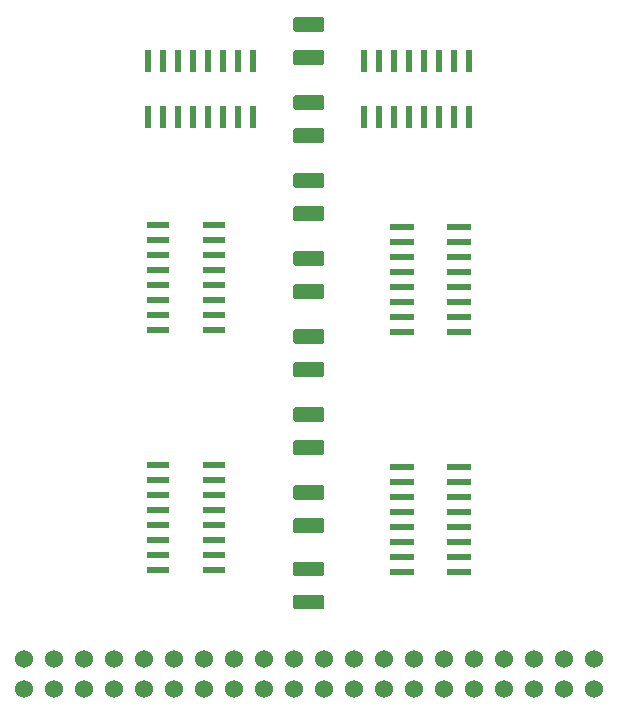
<source format=gbr>
G04 #@! TF.GenerationSoftware,KiCad,Pcbnew,(5.1.2-1)-1*
G04 #@! TF.CreationDate,2019-07-02T18:03:37-05:00*
G04 #@! TF.ProjectId,multiSPI,6d756c74-6953-4504-992e-6b696361645f,rev?*
G04 #@! TF.SameCoordinates,Original*
G04 #@! TF.FileFunction,Paste,Top*
G04 #@! TF.FilePolarity,Positive*
%FSLAX46Y46*%
G04 Gerber Fmt 4.6, Leading zero omitted, Abs format (unit mm)*
G04 Created by KiCad (PCBNEW (5.1.2-1)-1) date 2019-07-02 18:03:37*
%MOMM*%
%LPD*%
G04 APERTURE LIST*
%ADD10R,2.057400X0.609600*%
%ADD11R,0.558800X1.981200*%
%ADD12R,1.981200X0.558800*%
%ADD13C,1.524000*%
%ADD14C,0.100000*%
%ADD15C,1.250000*%
G04 APERTURE END LIST*
D10*
X154940000Y-100584000D03*
X154940000Y-101854000D03*
X154940000Y-103124000D03*
X154940000Y-104394000D03*
X154940000Y-105664000D03*
X154940000Y-106934000D03*
X154940000Y-108204000D03*
X154940000Y-109474000D03*
X150139400Y-109474000D03*
X150139400Y-108204000D03*
X150139400Y-106934000D03*
X150139400Y-105664000D03*
X150139400Y-104394000D03*
X150139400Y-103124000D03*
X150139400Y-101854000D03*
X150139400Y-100584000D03*
X154940000Y-80264000D03*
X154940000Y-81534000D03*
X154940000Y-82804000D03*
X154940000Y-84074000D03*
X154940000Y-85344000D03*
X154940000Y-86614000D03*
X154940000Y-87884000D03*
X154940000Y-89154000D03*
X150139400Y-89154000D03*
X150139400Y-87884000D03*
X150139400Y-86614000D03*
X150139400Y-85344000D03*
X150139400Y-84074000D03*
X150139400Y-82804000D03*
X150139400Y-81534000D03*
X150139400Y-80264000D03*
D11*
X155829000Y-70942200D03*
X154559000Y-70942200D03*
X153289000Y-70942200D03*
X152019000Y-70942200D03*
X150749000Y-70942200D03*
X149479000Y-70942200D03*
X148209000Y-70942200D03*
X146939000Y-70942200D03*
X146939000Y-66217800D03*
X148209000Y-66217800D03*
X149479000Y-66217800D03*
X150749000Y-66217800D03*
X152019000Y-66217800D03*
X153289000Y-66217800D03*
X154559000Y-66217800D03*
X155829000Y-66217800D03*
X137541000Y-70942200D03*
X136271000Y-70942200D03*
X135001000Y-70942200D03*
X133731000Y-70942200D03*
X132461000Y-70942200D03*
X131191000Y-70942200D03*
X129921000Y-70942200D03*
X128651000Y-70942200D03*
X128651000Y-66217800D03*
X129921000Y-66217800D03*
X131191000Y-66217800D03*
X132461000Y-66217800D03*
X133731000Y-66217800D03*
X135001000Y-66217800D03*
X136271000Y-66217800D03*
X137541000Y-66217800D03*
D12*
X134188200Y-80137000D03*
X134188200Y-81407000D03*
X134188200Y-82677000D03*
X134188200Y-83947000D03*
X134188200Y-85217000D03*
X134188200Y-86487000D03*
X134188200Y-87757000D03*
X134188200Y-89027000D03*
X129463800Y-89027000D03*
X129463800Y-87757000D03*
X129463800Y-86487000D03*
X129463800Y-85217000D03*
X129463800Y-83947000D03*
X129463800Y-82677000D03*
X129463800Y-81407000D03*
X129463800Y-80137000D03*
X134188200Y-100457000D03*
X134188200Y-101727000D03*
X134188200Y-102997000D03*
X134188200Y-104267000D03*
X134188200Y-105537000D03*
X134188200Y-106807000D03*
X134188200Y-108077000D03*
X134188200Y-109347000D03*
X129463800Y-109347000D03*
X129463800Y-108077000D03*
X129463800Y-106807000D03*
X129463800Y-105537000D03*
X129463800Y-104267000D03*
X129463800Y-102997000D03*
X129463800Y-101727000D03*
X129463800Y-100457000D03*
D13*
X166370000Y-116840000D03*
X166370000Y-119380000D03*
X163830000Y-116840000D03*
X163830000Y-119380000D03*
X161290000Y-116840000D03*
X161290000Y-119380000D03*
X158750000Y-116840000D03*
X158750000Y-119380000D03*
X156210000Y-116840000D03*
X156210000Y-119380000D03*
X153670000Y-116840000D03*
X153670000Y-119380000D03*
X151130000Y-116840000D03*
X151130000Y-119380000D03*
X148590000Y-116840000D03*
X148590000Y-119380000D03*
X146050000Y-116840000D03*
X146050000Y-119380000D03*
X143510000Y-116840000D03*
X143510000Y-119380000D03*
X140970000Y-116840000D03*
X140970000Y-119380000D03*
X138430000Y-116840000D03*
X138430000Y-119380000D03*
X135890000Y-116840000D03*
X135890000Y-119380000D03*
X133350000Y-116840000D03*
X133350000Y-119380000D03*
X130810000Y-116840000D03*
X130810000Y-119380000D03*
X128270000Y-116840000D03*
X128270000Y-119380000D03*
X125730000Y-116840000D03*
X125730000Y-119380000D03*
X123190000Y-116840000D03*
X123190000Y-119380000D03*
X120650000Y-116840000D03*
X120650000Y-119380000D03*
X118110000Y-116840000D03*
X118110000Y-119380000D03*
D14*
G36*
X143339504Y-62492204D02*
G01*
X143363773Y-62495804D01*
X143387571Y-62501765D01*
X143410671Y-62510030D01*
X143432849Y-62520520D01*
X143453893Y-62533133D01*
X143473598Y-62547747D01*
X143491777Y-62564223D01*
X143508253Y-62582402D01*
X143522867Y-62602107D01*
X143535480Y-62623151D01*
X143545970Y-62645329D01*
X143554235Y-62668429D01*
X143560196Y-62692227D01*
X143563796Y-62716496D01*
X143565000Y-62741000D01*
X143565000Y-63491000D01*
X143563796Y-63515504D01*
X143560196Y-63539773D01*
X143554235Y-63563571D01*
X143545970Y-63586671D01*
X143535480Y-63608849D01*
X143522867Y-63629893D01*
X143508253Y-63649598D01*
X143491777Y-63667777D01*
X143473598Y-63684253D01*
X143453893Y-63698867D01*
X143432849Y-63711480D01*
X143410671Y-63721970D01*
X143387571Y-63730235D01*
X143363773Y-63736196D01*
X143339504Y-63739796D01*
X143315000Y-63741000D01*
X141165000Y-63741000D01*
X141140496Y-63739796D01*
X141116227Y-63736196D01*
X141092429Y-63730235D01*
X141069329Y-63721970D01*
X141047151Y-63711480D01*
X141026107Y-63698867D01*
X141006402Y-63684253D01*
X140988223Y-63667777D01*
X140971747Y-63649598D01*
X140957133Y-63629893D01*
X140944520Y-63608849D01*
X140934030Y-63586671D01*
X140925765Y-63563571D01*
X140919804Y-63539773D01*
X140916204Y-63515504D01*
X140915000Y-63491000D01*
X140915000Y-62741000D01*
X140916204Y-62716496D01*
X140919804Y-62692227D01*
X140925765Y-62668429D01*
X140934030Y-62645329D01*
X140944520Y-62623151D01*
X140957133Y-62602107D01*
X140971747Y-62582402D01*
X140988223Y-62564223D01*
X141006402Y-62547747D01*
X141026107Y-62533133D01*
X141047151Y-62520520D01*
X141069329Y-62510030D01*
X141092429Y-62501765D01*
X141116227Y-62495804D01*
X141140496Y-62492204D01*
X141165000Y-62491000D01*
X143315000Y-62491000D01*
X143339504Y-62492204D01*
X143339504Y-62492204D01*
G37*
D15*
X142240000Y-63116000D03*
D14*
G36*
X143339504Y-65292204D02*
G01*
X143363773Y-65295804D01*
X143387571Y-65301765D01*
X143410671Y-65310030D01*
X143432849Y-65320520D01*
X143453893Y-65333133D01*
X143473598Y-65347747D01*
X143491777Y-65364223D01*
X143508253Y-65382402D01*
X143522867Y-65402107D01*
X143535480Y-65423151D01*
X143545970Y-65445329D01*
X143554235Y-65468429D01*
X143560196Y-65492227D01*
X143563796Y-65516496D01*
X143565000Y-65541000D01*
X143565000Y-66291000D01*
X143563796Y-66315504D01*
X143560196Y-66339773D01*
X143554235Y-66363571D01*
X143545970Y-66386671D01*
X143535480Y-66408849D01*
X143522867Y-66429893D01*
X143508253Y-66449598D01*
X143491777Y-66467777D01*
X143473598Y-66484253D01*
X143453893Y-66498867D01*
X143432849Y-66511480D01*
X143410671Y-66521970D01*
X143387571Y-66530235D01*
X143363773Y-66536196D01*
X143339504Y-66539796D01*
X143315000Y-66541000D01*
X141165000Y-66541000D01*
X141140496Y-66539796D01*
X141116227Y-66536196D01*
X141092429Y-66530235D01*
X141069329Y-66521970D01*
X141047151Y-66511480D01*
X141026107Y-66498867D01*
X141006402Y-66484253D01*
X140988223Y-66467777D01*
X140971747Y-66449598D01*
X140957133Y-66429893D01*
X140944520Y-66408849D01*
X140934030Y-66386671D01*
X140925765Y-66363571D01*
X140919804Y-66339773D01*
X140916204Y-66315504D01*
X140915000Y-66291000D01*
X140915000Y-65541000D01*
X140916204Y-65516496D01*
X140919804Y-65492227D01*
X140925765Y-65468429D01*
X140934030Y-65445329D01*
X140944520Y-65423151D01*
X140957133Y-65402107D01*
X140971747Y-65382402D01*
X140988223Y-65364223D01*
X141006402Y-65347747D01*
X141026107Y-65333133D01*
X141047151Y-65320520D01*
X141069329Y-65310030D01*
X141092429Y-65301765D01*
X141116227Y-65295804D01*
X141140496Y-65292204D01*
X141165000Y-65291000D01*
X143315000Y-65291000D01*
X143339504Y-65292204D01*
X143339504Y-65292204D01*
G37*
D15*
X142240000Y-65916000D03*
D14*
G36*
X143339504Y-69096204D02*
G01*
X143363773Y-69099804D01*
X143387571Y-69105765D01*
X143410671Y-69114030D01*
X143432849Y-69124520D01*
X143453893Y-69137133D01*
X143473598Y-69151747D01*
X143491777Y-69168223D01*
X143508253Y-69186402D01*
X143522867Y-69206107D01*
X143535480Y-69227151D01*
X143545970Y-69249329D01*
X143554235Y-69272429D01*
X143560196Y-69296227D01*
X143563796Y-69320496D01*
X143565000Y-69345000D01*
X143565000Y-70095000D01*
X143563796Y-70119504D01*
X143560196Y-70143773D01*
X143554235Y-70167571D01*
X143545970Y-70190671D01*
X143535480Y-70212849D01*
X143522867Y-70233893D01*
X143508253Y-70253598D01*
X143491777Y-70271777D01*
X143473598Y-70288253D01*
X143453893Y-70302867D01*
X143432849Y-70315480D01*
X143410671Y-70325970D01*
X143387571Y-70334235D01*
X143363773Y-70340196D01*
X143339504Y-70343796D01*
X143315000Y-70345000D01*
X141165000Y-70345000D01*
X141140496Y-70343796D01*
X141116227Y-70340196D01*
X141092429Y-70334235D01*
X141069329Y-70325970D01*
X141047151Y-70315480D01*
X141026107Y-70302867D01*
X141006402Y-70288253D01*
X140988223Y-70271777D01*
X140971747Y-70253598D01*
X140957133Y-70233893D01*
X140944520Y-70212849D01*
X140934030Y-70190671D01*
X140925765Y-70167571D01*
X140919804Y-70143773D01*
X140916204Y-70119504D01*
X140915000Y-70095000D01*
X140915000Y-69345000D01*
X140916204Y-69320496D01*
X140919804Y-69296227D01*
X140925765Y-69272429D01*
X140934030Y-69249329D01*
X140944520Y-69227151D01*
X140957133Y-69206107D01*
X140971747Y-69186402D01*
X140988223Y-69168223D01*
X141006402Y-69151747D01*
X141026107Y-69137133D01*
X141047151Y-69124520D01*
X141069329Y-69114030D01*
X141092429Y-69105765D01*
X141116227Y-69099804D01*
X141140496Y-69096204D01*
X141165000Y-69095000D01*
X143315000Y-69095000D01*
X143339504Y-69096204D01*
X143339504Y-69096204D01*
G37*
D15*
X142240000Y-69720000D03*
D14*
G36*
X143339504Y-71896204D02*
G01*
X143363773Y-71899804D01*
X143387571Y-71905765D01*
X143410671Y-71914030D01*
X143432849Y-71924520D01*
X143453893Y-71937133D01*
X143473598Y-71951747D01*
X143491777Y-71968223D01*
X143508253Y-71986402D01*
X143522867Y-72006107D01*
X143535480Y-72027151D01*
X143545970Y-72049329D01*
X143554235Y-72072429D01*
X143560196Y-72096227D01*
X143563796Y-72120496D01*
X143565000Y-72145000D01*
X143565000Y-72895000D01*
X143563796Y-72919504D01*
X143560196Y-72943773D01*
X143554235Y-72967571D01*
X143545970Y-72990671D01*
X143535480Y-73012849D01*
X143522867Y-73033893D01*
X143508253Y-73053598D01*
X143491777Y-73071777D01*
X143473598Y-73088253D01*
X143453893Y-73102867D01*
X143432849Y-73115480D01*
X143410671Y-73125970D01*
X143387571Y-73134235D01*
X143363773Y-73140196D01*
X143339504Y-73143796D01*
X143315000Y-73145000D01*
X141165000Y-73145000D01*
X141140496Y-73143796D01*
X141116227Y-73140196D01*
X141092429Y-73134235D01*
X141069329Y-73125970D01*
X141047151Y-73115480D01*
X141026107Y-73102867D01*
X141006402Y-73088253D01*
X140988223Y-73071777D01*
X140971747Y-73053598D01*
X140957133Y-73033893D01*
X140944520Y-73012849D01*
X140934030Y-72990671D01*
X140925765Y-72967571D01*
X140919804Y-72943773D01*
X140916204Y-72919504D01*
X140915000Y-72895000D01*
X140915000Y-72145000D01*
X140916204Y-72120496D01*
X140919804Y-72096227D01*
X140925765Y-72072429D01*
X140934030Y-72049329D01*
X140944520Y-72027151D01*
X140957133Y-72006107D01*
X140971747Y-71986402D01*
X140988223Y-71968223D01*
X141006402Y-71951747D01*
X141026107Y-71937133D01*
X141047151Y-71924520D01*
X141069329Y-71914030D01*
X141092429Y-71905765D01*
X141116227Y-71899804D01*
X141140496Y-71896204D01*
X141165000Y-71895000D01*
X143315000Y-71895000D01*
X143339504Y-71896204D01*
X143339504Y-71896204D01*
G37*
D15*
X142240000Y-72520000D03*
D14*
G36*
X143339504Y-75700204D02*
G01*
X143363773Y-75703804D01*
X143387571Y-75709765D01*
X143410671Y-75718030D01*
X143432849Y-75728520D01*
X143453893Y-75741133D01*
X143473598Y-75755747D01*
X143491777Y-75772223D01*
X143508253Y-75790402D01*
X143522867Y-75810107D01*
X143535480Y-75831151D01*
X143545970Y-75853329D01*
X143554235Y-75876429D01*
X143560196Y-75900227D01*
X143563796Y-75924496D01*
X143565000Y-75949000D01*
X143565000Y-76699000D01*
X143563796Y-76723504D01*
X143560196Y-76747773D01*
X143554235Y-76771571D01*
X143545970Y-76794671D01*
X143535480Y-76816849D01*
X143522867Y-76837893D01*
X143508253Y-76857598D01*
X143491777Y-76875777D01*
X143473598Y-76892253D01*
X143453893Y-76906867D01*
X143432849Y-76919480D01*
X143410671Y-76929970D01*
X143387571Y-76938235D01*
X143363773Y-76944196D01*
X143339504Y-76947796D01*
X143315000Y-76949000D01*
X141165000Y-76949000D01*
X141140496Y-76947796D01*
X141116227Y-76944196D01*
X141092429Y-76938235D01*
X141069329Y-76929970D01*
X141047151Y-76919480D01*
X141026107Y-76906867D01*
X141006402Y-76892253D01*
X140988223Y-76875777D01*
X140971747Y-76857598D01*
X140957133Y-76837893D01*
X140944520Y-76816849D01*
X140934030Y-76794671D01*
X140925765Y-76771571D01*
X140919804Y-76747773D01*
X140916204Y-76723504D01*
X140915000Y-76699000D01*
X140915000Y-75949000D01*
X140916204Y-75924496D01*
X140919804Y-75900227D01*
X140925765Y-75876429D01*
X140934030Y-75853329D01*
X140944520Y-75831151D01*
X140957133Y-75810107D01*
X140971747Y-75790402D01*
X140988223Y-75772223D01*
X141006402Y-75755747D01*
X141026107Y-75741133D01*
X141047151Y-75728520D01*
X141069329Y-75718030D01*
X141092429Y-75709765D01*
X141116227Y-75703804D01*
X141140496Y-75700204D01*
X141165000Y-75699000D01*
X143315000Y-75699000D01*
X143339504Y-75700204D01*
X143339504Y-75700204D01*
G37*
D15*
X142240000Y-76324000D03*
D14*
G36*
X143339504Y-78500204D02*
G01*
X143363773Y-78503804D01*
X143387571Y-78509765D01*
X143410671Y-78518030D01*
X143432849Y-78528520D01*
X143453893Y-78541133D01*
X143473598Y-78555747D01*
X143491777Y-78572223D01*
X143508253Y-78590402D01*
X143522867Y-78610107D01*
X143535480Y-78631151D01*
X143545970Y-78653329D01*
X143554235Y-78676429D01*
X143560196Y-78700227D01*
X143563796Y-78724496D01*
X143565000Y-78749000D01*
X143565000Y-79499000D01*
X143563796Y-79523504D01*
X143560196Y-79547773D01*
X143554235Y-79571571D01*
X143545970Y-79594671D01*
X143535480Y-79616849D01*
X143522867Y-79637893D01*
X143508253Y-79657598D01*
X143491777Y-79675777D01*
X143473598Y-79692253D01*
X143453893Y-79706867D01*
X143432849Y-79719480D01*
X143410671Y-79729970D01*
X143387571Y-79738235D01*
X143363773Y-79744196D01*
X143339504Y-79747796D01*
X143315000Y-79749000D01*
X141165000Y-79749000D01*
X141140496Y-79747796D01*
X141116227Y-79744196D01*
X141092429Y-79738235D01*
X141069329Y-79729970D01*
X141047151Y-79719480D01*
X141026107Y-79706867D01*
X141006402Y-79692253D01*
X140988223Y-79675777D01*
X140971747Y-79657598D01*
X140957133Y-79637893D01*
X140944520Y-79616849D01*
X140934030Y-79594671D01*
X140925765Y-79571571D01*
X140919804Y-79547773D01*
X140916204Y-79523504D01*
X140915000Y-79499000D01*
X140915000Y-78749000D01*
X140916204Y-78724496D01*
X140919804Y-78700227D01*
X140925765Y-78676429D01*
X140934030Y-78653329D01*
X140944520Y-78631151D01*
X140957133Y-78610107D01*
X140971747Y-78590402D01*
X140988223Y-78572223D01*
X141006402Y-78555747D01*
X141026107Y-78541133D01*
X141047151Y-78528520D01*
X141069329Y-78518030D01*
X141092429Y-78509765D01*
X141116227Y-78503804D01*
X141140496Y-78500204D01*
X141165000Y-78499000D01*
X143315000Y-78499000D01*
X143339504Y-78500204D01*
X143339504Y-78500204D01*
G37*
D15*
X142240000Y-79124000D03*
D14*
G36*
X143339504Y-82304204D02*
G01*
X143363773Y-82307804D01*
X143387571Y-82313765D01*
X143410671Y-82322030D01*
X143432849Y-82332520D01*
X143453893Y-82345133D01*
X143473598Y-82359747D01*
X143491777Y-82376223D01*
X143508253Y-82394402D01*
X143522867Y-82414107D01*
X143535480Y-82435151D01*
X143545970Y-82457329D01*
X143554235Y-82480429D01*
X143560196Y-82504227D01*
X143563796Y-82528496D01*
X143565000Y-82553000D01*
X143565000Y-83303000D01*
X143563796Y-83327504D01*
X143560196Y-83351773D01*
X143554235Y-83375571D01*
X143545970Y-83398671D01*
X143535480Y-83420849D01*
X143522867Y-83441893D01*
X143508253Y-83461598D01*
X143491777Y-83479777D01*
X143473598Y-83496253D01*
X143453893Y-83510867D01*
X143432849Y-83523480D01*
X143410671Y-83533970D01*
X143387571Y-83542235D01*
X143363773Y-83548196D01*
X143339504Y-83551796D01*
X143315000Y-83553000D01*
X141165000Y-83553000D01*
X141140496Y-83551796D01*
X141116227Y-83548196D01*
X141092429Y-83542235D01*
X141069329Y-83533970D01*
X141047151Y-83523480D01*
X141026107Y-83510867D01*
X141006402Y-83496253D01*
X140988223Y-83479777D01*
X140971747Y-83461598D01*
X140957133Y-83441893D01*
X140944520Y-83420849D01*
X140934030Y-83398671D01*
X140925765Y-83375571D01*
X140919804Y-83351773D01*
X140916204Y-83327504D01*
X140915000Y-83303000D01*
X140915000Y-82553000D01*
X140916204Y-82528496D01*
X140919804Y-82504227D01*
X140925765Y-82480429D01*
X140934030Y-82457329D01*
X140944520Y-82435151D01*
X140957133Y-82414107D01*
X140971747Y-82394402D01*
X140988223Y-82376223D01*
X141006402Y-82359747D01*
X141026107Y-82345133D01*
X141047151Y-82332520D01*
X141069329Y-82322030D01*
X141092429Y-82313765D01*
X141116227Y-82307804D01*
X141140496Y-82304204D01*
X141165000Y-82303000D01*
X143315000Y-82303000D01*
X143339504Y-82304204D01*
X143339504Y-82304204D01*
G37*
D15*
X142240000Y-82928000D03*
D14*
G36*
X143339504Y-85104204D02*
G01*
X143363773Y-85107804D01*
X143387571Y-85113765D01*
X143410671Y-85122030D01*
X143432849Y-85132520D01*
X143453893Y-85145133D01*
X143473598Y-85159747D01*
X143491777Y-85176223D01*
X143508253Y-85194402D01*
X143522867Y-85214107D01*
X143535480Y-85235151D01*
X143545970Y-85257329D01*
X143554235Y-85280429D01*
X143560196Y-85304227D01*
X143563796Y-85328496D01*
X143565000Y-85353000D01*
X143565000Y-86103000D01*
X143563796Y-86127504D01*
X143560196Y-86151773D01*
X143554235Y-86175571D01*
X143545970Y-86198671D01*
X143535480Y-86220849D01*
X143522867Y-86241893D01*
X143508253Y-86261598D01*
X143491777Y-86279777D01*
X143473598Y-86296253D01*
X143453893Y-86310867D01*
X143432849Y-86323480D01*
X143410671Y-86333970D01*
X143387571Y-86342235D01*
X143363773Y-86348196D01*
X143339504Y-86351796D01*
X143315000Y-86353000D01*
X141165000Y-86353000D01*
X141140496Y-86351796D01*
X141116227Y-86348196D01*
X141092429Y-86342235D01*
X141069329Y-86333970D01*
X141047151Y-86323480D01*
X141026107Y-86310867D01*
X141006402Y-86296253D01*
X140988223Y-86279777D01*
X140971747Y-86261598D01*
X140957133Y-86241893D01*
X140944520Y-86220849D01*
X140934030Y-86198671D01*
X140925765Y-86175571D01*
X140919804Y-86151773D01*
X140916204Y-86127504D01*
X140915000Y-86103000D01*
X140915000Y-85353000D01*
X140916204Y-85328496D01*
X140919804Y-85304227D01*
X140925765Y-85280429D01*
X140934030Y-85257329D01*
X140944520Y-85235151D01*
X140957133Y-85214107D01*
X140971747Y-85194402D01*
X140988223Y-85176223D01*
X141006402Y-85159747D01*
X141026107Y-85145133D01*
X141047151Y-85132520D01*
X141069329Y-85122030D01*
X141092429Y-85113765D01*
X141116227Y-85107804D01*
X141140496Y-85104204D01*
X141165000Y-85103000D01*
X143315000Y-85103000D01*
X143339504Y-85104204D01*
X143339504Y-85104204D01*
G37*
D15*
X142240000Y-85728000D03*
D14*
G36*
X143339504Y-88908204D02*
G01*
X143363773Y-88911804D01*
X143387571Y-88917765D01*
X143410671Y-88926030D01*
X143432849Y-88936520D01*
X143453893Y-88949133D01*
X143473598Y-88963747D01*
X143491777Y-88980223D01*
X143508253Y-88998402D01*
X143522867Y-89018107D01*
X143535480Y-89039151D01*
X143545970Y-89061329D01*
X143554235Y-89084429D01*
X143560196Y-89108227D01*
X143563796Y-89132496D01*
X143565000Y-89157000D01*
X143565000Y-89907000D01*
X143563796Y-89931504D01*
X143560196Y-89955773D01*
X143554235Y-89979571D01*
X143545970Y-90002671D01*
X143535480Y-90024849D01*
X143522867Y-90045893D01*
X143508253Y-90065598D01*
X143491777Y-90083777D01*
X143473598Y-90100253D01*
X143453893Y-90114867D01*
X143432849Y-90127480D01*
X143410671Y-90137970D01*
X143387571Y-90146235D01*
X143363773Y-90152196D01*
X143339504Y-90155796D01*
X143315000Y-90157000D01*
X141165000Y-90157000D01*
X141140496Y-90155796D01*
X141116227Y-90152196D01*
X141092429Y-90146235D01*
X141069329Y-90137970D01*
X141047151Y-90127480D01*
X141026107Y-90114867D01*
X141006402Y-90100253D01*
X140988223Y-90083777D01*
X140971747Y-90065598D01*
X140957133Y-90045893D01*
X140944520Y-90024849D01*
X140934030Y-90002671D01*
X140925765Y-89979571D01*
X140919804Y-89955773D01*
X140916204Y-89931504D01*
X140915000Y-89907000D01*
X140915000Y-89157000D01*
X140916204Y-89132496D01*
X140919804Y-89108227D01*
X140925765Y-89084429D01*
X140934030Y-89061329D01*
X140944520Y-89039151D01*
X140957133Y-89018107D01*
X140971747Y-88998402D01*
X140988223Y-88980223D01*
X141006402Y-88963747D01*
X141026107Y-88949133D01*
X141047151Y-88936520D01*
X141069329Y-88926030D01*
X141092429Y-88917765D01*
X141116227Y-88911804D01*
X141140496Y-88908204D01*
X141165000Y-88907000D01*
X143315000Y-88907000D01*
X143339504Y-88908204D01*
X143339504Y-88908204D01*
G37*
D15*
X142240000Y-89532000D03*
D14*
G36*
X143339504Y-91708204D02*
G01*
X143363773Y-91711804D01*
X143387571Y-91717765D01*
X143410671Y-91726030D01*
X143432849Y-91736520D01*
X143453893Y-91749133D01*
X143473598Y-91763747D01*
X143491777Y-91780223D01*
X143508253Y-91798402D01*
X143522867Y-91818107D01*
X143535480Y-91839151D01*
X143545970Y-91861329D01*
X143554235Y-91884429D01*
X143560196Y-91908227D01*
X143563796Y-91932496D01*
X143565000Y-91957000D01*
X143565000Y-92707000D01*
X143563796Y-92731504D01*
X143560196Y-92755773D01*
X143554235Y-92779571D01*
X143545970Y-92802671D01*
X143535480Y-92824849D01*
X143522867Y-92845893D01*
X143508253Y-92865598D01*
X143491777Y-92883777D01*
X143473598Y-92900253D01*
X143453893Y-92914867D01*
X143432849Y-92927480D01*
X143410671Y-92937970D01*
X143387571Y-92946235D01*
X143363773Y-92952196D01*
X143339504Y-92955796D01*
X143315000Y-92957000D01*
X141165000Y-92957000D01*
X141140496Y-92955796D01*
X141116227Y-92952196D01*
X141092429Y-92946235D01*
X141069329Y-92937970D01*
X141047151Y-92927480D01*
X141026107Y-92914867D01*
X141006402Y-92900253D01*
X140988223Y-92883777D01*
X140971747Y-92865598D01*
X140957133Y-92845893D01*
X140944520Y-92824849D01*
X140934030Y-92802671D01*
X140925765Y-92779571D01*
X140919804Y-92755773D01*
X140916204Y-92731504D01*
X140915000Y-92707000D01*
X140915000Y-91957000D01*
X140916204Y-91932496D01*
X140919804Y-91908227D01*
X140925765Y-91884429D01*
X140934030Y-91861329D01*
X140944520Y-91839151D01*
X140957133Y-91818107D01*
X140971747Y-91798402D01*
X140988223Y-91780223D01*
X141006402Y-91763747D01*
X141026107Y-91749133D01*
X141047151Y-91736520D01*
X141069329Y-91726030D01*
X141092429Y-91717765D01*
X141116227Y-91711804D01*
X141140496Y-91708204D01*
X141165000Y-91707000D01*
X143315000Y-91707000D01*
X143339504Y-91708204D01*
X143339504Y-91708204D01*
G37*
D15*
X142240000Y-92332000D03*
D14*
G36*
X143339504Y-95512204D02*
G01*
X143363773Y-95515804D01*
X143387571Y-95521765D01*
X143410671Y-95530030D01*
X143432849Y-95540520D01*
X143453893Y-95553133D01*
X143473598Y-95567747D01*
X143491777Y-95584223D01*
X143508253Y-95602402D01*
X143522867Y-95622107D01*
X143535480Y-95643151D01*
X143545970Y-95665329D01*
X143554235Y-95688429D01*
X143560196Y-95712227D01*
X143563796Y-95736496D01*
X143565000Y-95761000D01*
X143565000Y-96511000D01*
X143563796Y-96535504D01*
X143560196Y-96559773D01*
X143554235Y-96583571D01*
X143545970Y-96606671D01*
X143535480Y-96628849D01*
X143522867Y-96649893D01*
X143508253Y-96669598D01*
X143491777Y-96687777D01*
X143473598Y-96704253D01*
X143453893Y-96718867D01*
X143432849Y-96731480D01*
X143410671Y-96741970D01*
X143387571Y-96750235D01*
X143363773Y-96756196D01*
X143339504Y-96759796D01*
X143315000Y-96761000D01*
X141165000Y-96761000D01*
X141140496Y-96759796D01*
X141116227Y-96756196D01*
X141092429Y-96750235D01*
X141069329Y-96741970D01*
X141047151Y-96731480D01*
X141026107Y-96718867D01*
X141006402Y-96704253D01*
X140988223Y-96687777D01*
X140971747Y-96669598D01*
X140957133Y-96649893D01*
X140944520Y-96628849D01*
X140934030Y-96606671D01*
X140925765Y-96583571D01*
X140919804Y-96559773D01*
X140916204Y-96535504D01*
X140915000Y-96511000D01*
X140915000Y-95761000D01*
X140916204Y-95736496D01*
X140919804Y-95712227D01*
X140925765Y-95688429D01*
X140934030Y-95665329D01*
X140944520Y-95643151D01*
X140957133Y-95622107D01*
X140971747Y-95602402D01*
X140988223Y-95584223D01*
X141006402Y-95567747D01*
X141026107Y-95553133D01*
X141047151Y-95540520D01*
X141069329Y-95530030D01*
X141092429Y-95521765D01*
X141116227Y-95515804D01*
X141140496Y-95512204D01*
X141165000Y-95511000D01*
X143315000Y-95511000D01*
X143339504Y-95512204D01*
X143339504Y-95512204D01*
G37*
D15*
X142240000Y-96136000D03*
D14*
G36*
X143339504Y-98312204D02*
G01*
X143363773Y-98315804D01*
X143387571Y-98321765D01*
X143410671Y-98330030D01*
X143432849Y-98340520D01*
X143453893Y-98353133D01*
X143473598Y-98367747D01*
X143491777Y-98384223D01*
X143508253Y-98402402D01*
X143522867Y-98422107D01*
X143535480Y-98443151D01*
X143545970Y-98465329D01*
X143554235Y-98488429D01*
X143560196Y-98512227D01*
X143563796Y-98536496D01*
X143565000Y-98561000D01*
X143565000Y-99311000D01*
X143563796Y-99335504D01*
X143560196Y-99359773D01*
X143554235Y-99383571D01*
X143545970Y-99406671D01*
X143535480Y-99428849D01*
X143522867Y-99449893D01*
X143508253Y-99469598D01*
X143491777Y-99487777D01*
X143473598Y-99504253D01*
X143453893Y-99518867D01*
X143432849Y-99531480D01*
X143410671Y-99541970D01*
X143387571Y-99550235D01*
X143363773Y-99556196D01*
X143339504Y-99559796D01*
X143315000Y-99561000D01*
X141165000Y-99561000D01*
X141140496Y-99559796D01*
X141116227Y-99556196D01*
X141092429Y-99550235D01*
X141069329Y-99541970D01*
X141047151Y-99531480D01*
X141026107Y-99518867D01*
X141006402Y-99504253D01*
X140988223Y-99487777D01*
X140971747Y-99469598D01*
X140957133Y-99449893D01*
X140944520Y-99428849D01*
X140934030Y-99406671D01*
X140925765Y-99383571D01*
X140919804Y-99359773D01*
X140916204Y-99335504D01*
X140915000Y-99311000D01*
X140915000Y-98561000D01*
X140916204Y-98536496D01*
X140919804Y-98512227D01*
X140925765Y-98488429D01*
X140934030Y-98465329D01*
X140944520Y-98443151D01*
X140957133Y-98422107D01*
X140971747Y-98402402D01*
X140988223Y-98384223D01*
X141006402Y-98367747D01*
X141026107Y-98353133D01*
X141047151Y-98340520D01*
X141069329Y-98330030D01*
X141092429Y-98321765D01*
X141116227Y-98315804D01*
X141140496Y-98312204D01*
X141165000Y-98311000D01*
X143315000Y-98311000D01*
X143339504Y-98312204D01*
X143339504Y-98312204D01*
G37*
D15*
X142240000Y-98936000D03*
D14*
G36*
X143339504Y-104916204D02*
G01*
X143363773Y-104919804D01*
X143387571Y-104925765D01*
X143410671Y-104934030D01*
X143432849Y-104944520D01*
X143453893Y-104957133D01*
X143473598Y-104971747D01*
X143491777Y-104988223D01*
X143508253Y-105006402D01*
X143522867Y-105026107D01*
X143535480Y-105047151D01*
X143545970Y-105069329D01*
X143554235Y-105092429D01*
X143560196Y-105116227D01*
X143563796Y-105140496D01*
X143565000Y-105165000D01*
X143565000Y-105915000D01*
X143563796Y-105939504D01*
X143560196Y-105963773D01*
X143554235Y-105987571D01*
X143545970Y-106010671D01*
X143535480Y-106032849D01*
X143522867Y-106053893D01*
X143508253Y-106073598D01*
X143491777Y-106091777D01*
X143473598Y-106108253D01*
X143453893Y-106122867D01*
X143432849Y-106135480D01*
X143410671Y-106145970D01*
X143387571Y-106154235D01*
X143363773Y-106160196D01*
X143339504Y-106163796D01*
X143315000Y-106165000D01*
X141165000Y-106165000D01*
X141140496Y-106163796D01*
X141116227Y-106160196D01*
X141092429Y-106154235D01*
X141069329Y-106145970D01*
X141047151Y-106135480D01*
X141026107Y-106122867D01*
X141006402Y-106108253D01*
X140988223Y-106091777D01*
X140971747Y-106073598D01*
X140957133Y-106053893D01*
X140944520Y-106032849D01*
X140934030Y-106010671D01*
X140925765Y-105987571D01*
X140919804Y-105963773D01*
X140916204Y-105939504D01*
X140915000Y-105915000D01*
X140915000Y-105165000D01*
X140916204Y-105140496D01*
X140919804Y-105116227D01*
X140925765Y-105092429D01*
X140934030Y-105069329D01*
X140944520Y-105047151D01*
X140957133Y-105026107D01*
X140971747Y-105006402D01*
X140988223Y-104988223D01*
X141006402Y-104971747D01*
X141026107Y-104957133D01*
X141047151Y-104944520D01*
X141069329Y-104934030D01*
X141092429Y-104925765D01*
X141116227Y-104919804D01*
X141140496Y-104916204D01*
X141165000Y-104915000D01*
X143315000Y-104915000D01*
X143339504Y-104916204D01*
X143339504Y-104916204D01*
G37*
D15*
X142240000Y-105540000D03*
D14*
G36*
X143339504Y-102116204D02*
G01*
X143363773Y-102119804D01*
X143387571Y-102125765D01*
X143410671Y-102134030D01*
X143432849Y-102144520D01*
X143453893Y-102157133D01*
X143473598Y-102171747D01*
X143491777Y-102188223D01*
X143508253Y-102206402D01*
X143522867Y-102226107D01*
X143535480Y-102247151D01*
X143545970Y-102269329D01*
X143554235Y-102292429D01*
X143560196Y-102316227D01*
X143563796Y-102340496D01*
X143565000Y-102365000D01*
X143565000Y-103115000D01*
X143563796Y-103139504D01*
X143560196Y-103163773D01*
X143554235Y-103187571D01*
X143545970Y-103210671D01*
X143535480Y-103232849D01*
X143522867Y-103253893D01*
X143508253Y-103273598D01*
X143491777Y-103291777D01*
X143473598Y-103308253D01*
X143453893Y-103322867D01*
X143432849Y-103335480D01*
X143410671Y-103345970D01*
X143387571Y-103354235D01*
X143363773Y-103360196D01*
X143339504Y-103363796D01*
X143315000Y-103365000D01*
X141165000Y-103365000D01*
X141140496Y-103363796D01*
X141116227Y-103360196D01*
X141092429Y-103354235D01*
X141069329Y-103345970D01*
X141047151Y-103335480D01*
X141026107Y-103322867D01*
X141006402Y-103308253D01*
X140988223Y-103291777D01*
X140971747Y-103273598D01*
X140957133Y-103253893D01*
X140944520Y-103232849D01*
X140934030Y-103210671D01*
X140925765Y-103187571D01*
X140919804Y-103163773D01*
X140916204Y-103139504D01*
X140915000Y-103115000D01*
X140915000Y-102365000D01*
X140916204Y-102340496D01*
X140919804Y-102316227D01*
X140925765Y-102292429D01*
X140934030Y-102269329D01*
X140944520Y-102247151D01*
X140957133Y-102226107D01*
X140971747Y-102206402D01*
X140988223Y-102188223D01*
X141006402Y-102171747D01*
X141026107Y-102157133D01*
X141047151Y-102144520D01*
X141069329Y-102134030D01*
X141092429Y-102125765D01*
X141116227Y-102119804D01*
X141140496Y-102116204D01*
X141165000Y-102115000D01*
X143315000Y-102115000D01*
X143339504Y-102116204D01*
X143339504Y-102116204D01*
G37*
D15*
X142240000Y-102740000D03*
D14*
G36*
X143339504Y-108596204D02*
G01*
X143363773Y-108599804D01*
X143387571Y-108605765D01*
X143410671Y-108614030D01*
X143432849Y-108624520D01*
X143453893Y-108637133D01*
X143473598Y-108651747D01*
X143491777Y-108668223D01*
X143508253Y-108686402D01*
X143522867Y-108706107D01*
X143535480Y-108727151D01*
X143545970Y-108749329D01*
X143554235Y-108772429D01*
X143560196Y-108796227D01*
X143563796Y-108820496D01*
X143565000Y-108845000D01*
X143565000Y-109595000D01*
X143563796Y-109619504D01*
X143560196Y-109643773D01*
X143554235Y-109667571D01*
X143545970Y-109690671D01*
X143535480Y-109712849D01*
X143522867Y-109733893D01*
X143508253Y-109753598D01*
X143491777Y-109771777D01*
X143473598Y-109788253D01*
X143453893Y-109802867D01*
X143432849Y-109815480D01*
X143410671Y-109825970D01*
X143387571Y-109834235D01*
X143363773Y-109840196D01*
X143339504Y-109843796D01*
X143315000Y-109845000D01*
X141165000Y-109845000D01*
X141140496Y-109843796D01*
X141116227Y-109840196D01*
X141092429Y-109834235D01*
X141069329Y-109825970D01*
X141047151Y-109815480D01*
X141026107Y-109802867D01*
X141006402Y-109788253D01*
X140988223Y-109771777D01*
X140971747Y-109753598D01*
X140957133Y-109733893D01*
X140944520Y-109712849D01*
X140934030Y-109690671D01*
X140925765Y-109667571D01*
X140919804Y-109643773D01*
X140916204Y-109619504D01*
X140915000Y-109595000D01*
X140915000Y-108845000D01*
X140916204Y-108820496D01*
X140919804Y-108796227D01*
X140925765Y-108772429D01*
X140934030Y-108749329D01*
X140944520Y-108727151D01*
X140957133Y-108706107D01*
X140971747Y-108686402D01*
X140988223Y-108668223D01*
X141006402Y-108651747D01*
X141026107Y-108637133D01*
X141047151Y-108624520D01*
X141069329Y-108614030D01*
X141092429Y-108605765D01*
X141116227Y-108599804D01*
X141140496Y-108596204D01*
X141165000Y-108595000D01*
X143315000Y-108595000D01*
X143339504Y-108596204D01*
X143339504Y-108596204D01*
G37*
D15*
X142240000Y-109220000D03*
D14*
G36*
X143339504Y-111396204D02*
G01*
X143363773Y-111399804D01*
X143387571Y-111405765D01*
X143410671Y-111414030D01*
X143432849Y-111424520D01*
X143453893Y-111437133D01*
X143473598Y-111451747D01*
X143491777Y-111468223D01*
X143508253Y-111486402D01*
X143522867Y-111506107D01*
X143535480Y-111527151D01*
X143545970Y-111549329D01*
X143554235Y-111572429D01*
X143560196Y-111596227D01*
X143563796Y-111620496D01*
X143565000Y-111645000D01*
X143565000Y-112395000D01*
X143563796Y-112419504D01*
X143560196Y-112443773D01*
X143554235Y-112467571D01*
X143545970Y-112490671D01*
X143535480Y-112512849D01*
X143522867Y-112533893D01*
X143508253Y-112553598D01*
X143491777Y-112571777D01*
X143473598Y-112588253D01*
X143453893Y-112602867D01*
X143432849Y-112615480D01*
X143410671Y-112625970D01*
X143387571Y-112634235D01*
X143363773Y-112640196D01*
X143339504Y-112643796D01*
X143315000Y-112645000D01*
X141165000Y-112645000D01*
X141140496Y-112643796D01*
X141116227Y-112640196D01*
X141092429Y-112634235D01*
X141069329Y-112625970D01*
X141047151Y-112615480D01*
X141026107Y-112602867D01*
X141006402Y-112588253D01*
X140988223Y-112571777D01*
X140971747Y-112553598D01*
X140957133Y-112533893D01*
X140944520Y-112512849D01*
X140934030Y-112490671D01*
X140925765Y-112467571D01*
X140919804Y-112443773D01*
X140916204Y-112419504D01*
X140915000Y-112395000D01*
X140915000Y-111645000D01*
X140916204Y-111620496D01*
X140919804Y-111596227D01*
X140925765Y-111572429D01*
X140934030Y-111549329D01*
X140944520Y-111527151D01*
X140957133Y-111506107D01*
X140971747Y-111486402D01*
X140988223Y-111468223D01*
X141006402Y-111451747D01*
X141026107Y-111437133D01*
X141047151Y-111424520D01*
X141069329Y-111414030D01*
X141092429Y-111405765D01*
X141116227Y-111399804D01*
X141140496Y-111396204D01*
X141165000Y-111395000D01*
X143315000Y-111395000D01*
X143339504Y-111396204D01*
X143339504Y-111396204D01*
G37*
D15*
X142240000Y-112020000D03*
M02*

</source>
